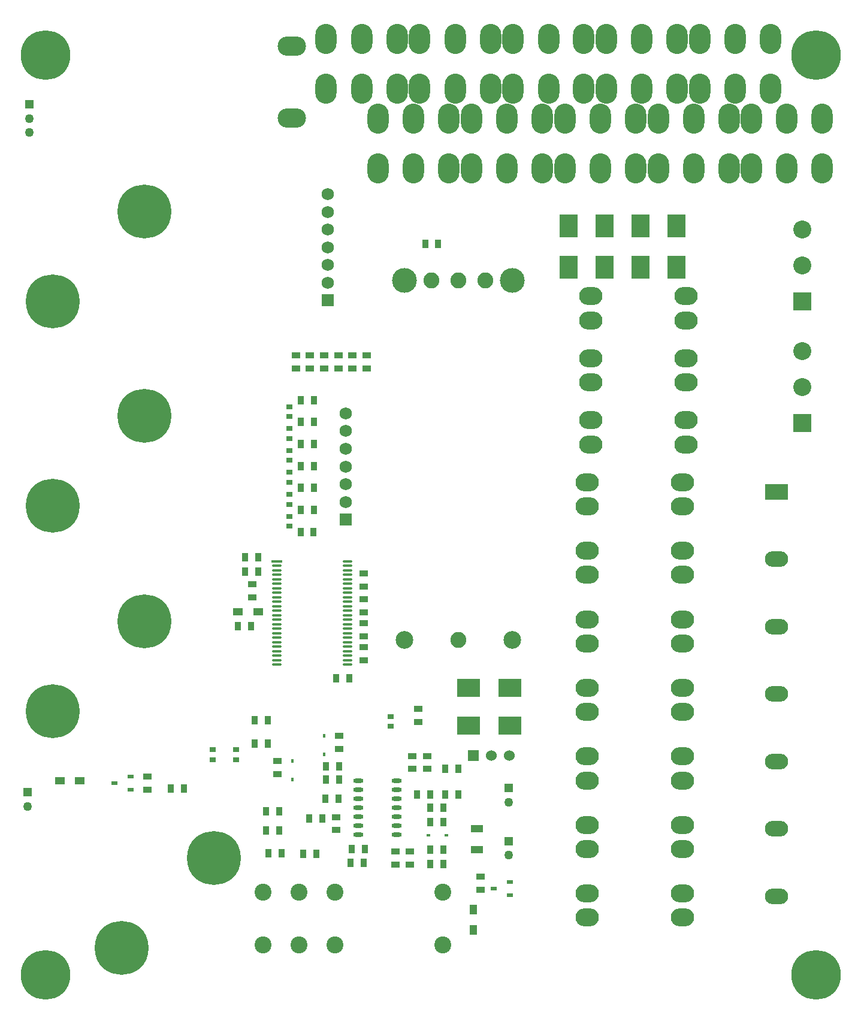
<source format=gbr>
%FSTAX23Y23*%
%MOIN*%
%SFA1B1*%

%IPPOS*%
%ADD10R,0.051181X0.037402*%
%ADD11R,0.043307X0.053150*%
%ADD12R,0.059055X0.011811*%
%ADD13O,0.059055X0.011811*%
%ADD14O,0.057087X0.023622*%
%ADD15R,0.037402X0.051181*%
%ADD16R,0.035433X0.023622*%
%ADD17R,0.035433X0.027559*%
%ADD18R,0.017716X0.021654*%
%ADD19R,0.053150X0.043307*%
%ADD20R,0.021654X0.017716*%
%ADD21R,0.098425X0.125000*%
%ADD22R,0.125000X0.098425*%
%ADD23R,0.066929X0.041339*%
%ADD30C,0.100000*%
%ADD31R,0.100000X0.100000*%
%ADD32C,0.050000*%
%ADD33R,0.050000X0.050000*%
%ADD34O,0.130000X0.100000*%
%ADD35R,0.129921X0.086614*%
%ADD36O,0.129921X0.086614*%
%ADD37C,0.094488*%
%ADD38C,0.088583*%
%ADD39C,0.137795*%
%ADD40C,0.098425*%
%ADD41O,0.157480X0.108268*%
%ADD42C,0.060000*%
%ADD43R,0.060000X0.060000*%
%ADD44O,0.118110X0.167323*%
%ADD45C,0.300000*%
%ADD46C,0.068898*%
%ADD47R,0.068898X0.068898*%
%ADD48C,0.275591*%
%LNpms_board_pads_top-1*%
%LPD*%
G54D10*
X02618Y01259D03*
Y01332D03*
X02322Y02005D03*
Y01933D03*
X01814Y01665D03*
Y01592D03*
X00763Y01891D03*
Y01818D03*
X0183Y02045D03*
Y02118D03*
X02224Y01399D03*
Y01472D03*
X02271Y02267D03*
Y02194D03*
X02236Y02005D03*
Y01933D03*
X02145Y01472D03*
Y01399D03*
X01488Y01903D03*
Y01976D03*
X01968Y02671D03*
Y02744D03*
Y02537D03*
Y0261D03*
X01984Y04233D03*
Y0416D03*
X01905Y04234D03*
Y04161D03*
X01826Y04234D03*
Y04161D03*
X01748Y04234D03*
Y04161D03*
X01669Y04234D03*
Y04161D03*
X0159Y04234D03*
Y04161D03*
X01968Y02805D03*
Y02877D03*
Y03019D03*
Y02946D03*
X01348Y02887D03*
Y0296D03*
G54D11*
X02578Y01038D03*
Y0115D03*
G54D12*
X01484Y03087D03*
G54D13*
X01484Y03062D03*
Y03037D03*
Y03012D03*
Y02987D03*
Y02962D03*
Y02937D03*
Y02912D03*
Y02887D03*
Y02862D03*
Y02837D03*
Y02812D03*
Y02787D03*
Y02762D03*
Y02737D03*
Y02712D03*
Y02687D03*
Y02662D03*
Y02637D03*
Y02612D03*
Y02587D03*
Y02562D03*
Y02537D03*
Y02512D03*
X01877Y03087D03*
Y03062D03*
Y03037D03*
Y03012D03*
Y02987D03*
Y02962D03*
Y02937D03*
Y02912D03*
Y02887D03*
Y02862D03*
Y02837D03*
Y02812D03*
Y02787D03*
Y02762D03*
Y02737D03*
Y02712D03*
Y02687D03*
Y02662D03*
Y02637D03*
Y02612D03*
Y02587D03*
Y02562D03*
Y02537D03*
Y02512D03*
G54D14*
X01936Y01866D03*
Y01816D03*
Y01766D03*
Y01716D03*
Y01666D03*
Y01616D03*
Y01566D03*
X0215Y01866D03*
Y01816D03*
Y01766D03*
Y01716D03*
Y01666D03*
Y01616D03*
Y01566D03*
G54D15*
X0242Y01933D03*
X02493D03*
X0231Y04854D03*
X02382D03*
X01966Y01409D03*
X01893D03*
X01901Y01488D03*
X01974D03*
X01664Y01657D03*
X01737D03*
X0183Y01874D03*
X01757D03*
X0183Y01948D03*
X01757D03*
X01433Y02074D03*
X0136D03*
X02411Y01405D03*
X02338D03*
Y01484D03*
X02411D03*
X00893Y01822D03*
X00966D03*
X01423Y0159D03*
X01496D03*
X01361Y02204D03*
X01434D03*
X0241Y01716D03*
X02337D03*
X02265Y01791D03*
X02338D03*
X02421D03*
X02494D03*
X01632Y0146D03*
X01705D03*
X01511Y01464D03*
X01438D03*
X02411Y01637D03*
X02338D03*
X01496Y01696D03*
X01423D03*
X01688Y03251D03*
X01616D03*
X01815Y02438D03*
X01888D03*
X0169Y03374D03*
X01618D03*
X0169Y03496D03*
X01618D03*
X0169Y03618D03*
X01618D03*
X01269Y02726D03*
X01342D03*
X0169Y0374D03*
X01618D03*
X0169Y03862D03*
X01618D03*
X01691Y03984D03*
X01619D03*
X01826Y01767D03*
X01753D03*
X01381Y03031D03*
X01309D03*
Y0311D03*
X01381D03*
G54D16*
X02781Y0123D03*
Y01305D03*
X0269Y01267D03*
X00671Y01816D03*
Y01891D03*
X0058Y01854D03*
G54D17*
X01259Y01984D03*
Y02039D03*
X01129Y01984D03*
Y02039D03*
X02118Y02169D03*
Y02224D03*
X01553Y03338D03*
Y03283D03*
Y0346D03*
Y03405D03*
Y03582D03*
Y03527D03*
Y03704D03*
Y03649D03*
Y03826D03*
Y03771D03*
Y03948D03*
Y03893D03*
G54D18*
X01748Y02015D03*
Y02118D03*
X0157Y01874D03*
Y01976D03*
G54D19*
X00277Y01866D03*
X00389D03*
X01381Y02807D03*
X01269D03*
G54D20*
X02326Y01562D03*
X02429D03*
G54D21*
X03708Y04953D03*
Y04723D03*
X03507Y04953D03*
Y04723D03*
X03307Y04953D03*
Y04723D03*
X03106Y04955D03*
Y04725D03*
G54D22*
X0278Y02173D03*
X0255D03*
X0278Y02385D03*
X0255D03*
G54D23*
X02598Y01484D03*
Y016D03*
G54D30*
X04406Y04735D03*
Y04935D03*
X04409Y04058D03*
Y04258D03*
G54D31*
X04406Y04535D03*
X04409Y03858D03*
G54D32*
X02775Y01748D03*
X02775Y01452D03*
X00106Y05472D03*
Y05551D03*
X00098Y01724D03*
G54D33*
X02775Y01826D03*
Y01531D03*
X00106Y05629D03*
X00098Y01803D03*
G54D34*
X03232Y04428D03*
Y04562D03*
X03762Y04428D03*
Y04562D03*
X03232Y04084D03*
Y04218D03*
X03762Y04084D03*
Y04218D03*
X03232Y03738D03*
Y03872D03*
X03762Y03738D03*
Y03872D03*
X0374Y0124D03*
Y01106D03*
X0321Y0124D03*
Y01106D03*
X0374Y01621D03*
Y01487D03*
X0321Y01621D03*
Y01487D03*
X0374Y02383D03*
Y02249D03*
X0321Y02383D03*
Y02249D03*
X0374Y02765D03*
Y02631D03*
X0321Y02765D03*
Y02631D03*
X0374Y03146D03*
Y03012D03*
X0321Y03146D03*
Y03012D03*
Y03393D03*
Y03527D03*
X0374Y03393D03*
Y03527D03*
X0321Y01868D03*
Y02002D03*
X0374Y01868D03*
Y02002D03*
G54D35*
X04263Y03475D03*
G54D36*
X04263Y031D03*
Y02725D03*
Y0235D03*
Y01224D03*
Y01599D03*
Y01974D03*
G54D37*
X01407Y01248D03*
X01807D03*
X01607D03*
X01407Y00953D03*
X01807D03*
X01607D03*
X02407Y01248D03*
Y00953D03*
G54D38*
X02343Y0465D03*
X02643D03*
X02493D03*
Y0265D03*
G54D39*
X02193Y0465D03*
X02793D03*
G54D40*
X02793Y0265D03*
X02193D03*
G54D41*
X01566Y05952D03*
Y05552D03*
G54D42*
X02777Y02007D03*
X02677D03*
G54D43*
X02577Y02007D03*
G54D44*
X04519Y05275D03*
X04322D03*
X04125D03*
Y05551D03*
X04322D03*
X04519D03*
X04232Y05716D03*
X04035D03*
X03838D03*
Y05992D03*
X04035D03*
X04232D03*
X04Y05275D03*
X03803D03*
X03606D03*
Y05551D03*
X03803D03*
X04D03*
X03712Y05716D03*
X03515D03*
X03318D03*
Y05992D03*
X03515D03*
X03712D03*
X0348Y05275D03*
X03283D03*
X03086D03*
Y05551D03*
X03283D03*
X0348D03*
X03192Y05716D03*
X02996D03*
X02799D03*
Y05992D03*
X02996D03*
X03192D03*
X0296Y05275D03*
X02763D03*
X02566D03*
Y05551D03*
X02763D03*
X0296D03*
X02673Y05716D03*
X02476D03*
X02279D03*
Y05992D03*
X02476D03*
X02673D03*
X0244Y05275D03*
X02244D03*
X02047D03*
Y05551D03*
X02244D03*
X0244D03*
X02153Y05716D03*
X01956D03*
X01759D03*
Y05992D03*
X01956D03*
X02153D03*
G54D45*
X00749Y03898D03*
X00237Y03398D03*
X00748Y05035D03*
X00236Y04535D03*
X01134Y01437D03*
X00622Y00937D03*
X00748Y02755D03*
X00236Y02255D03*
G54D46*
X01767Y04736D03*
Y04637D03*
Y04834D03*
Y04933D03*
Y05031D03*
Y05129D03*
X01868Y03517D03*
Y03418D03*
Y03615D03*
Y03714D03*
Y03812D03*
Y03911D03*
G54D47*
X01767Y04539D03*
X01868Y0332D03*
G54D48*
X04484Y05905D03*
Y00787D03*
X00196D03*
Y05905D03*
M02*
</source>
